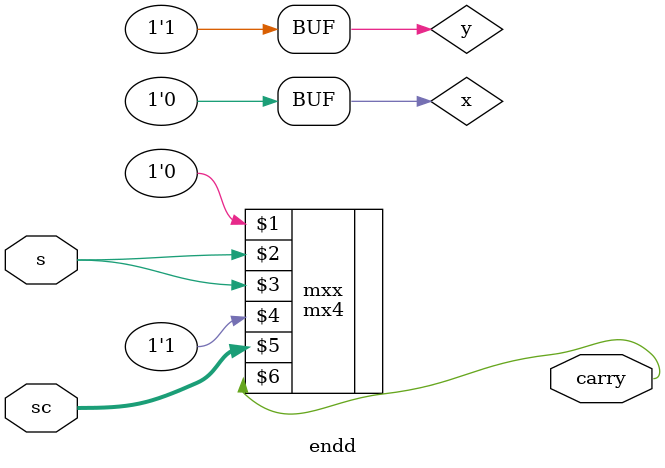
<source format=v>
`include "mx4.v"
module endd(s,sc,carry);
input s;
input[1:0] sc;
output carry;
wire x,y;
assign x=1'b0;
assign y=1'b1;

mx4 mxx(x,s,s,y,sc,carry);

endmodule

</source>
